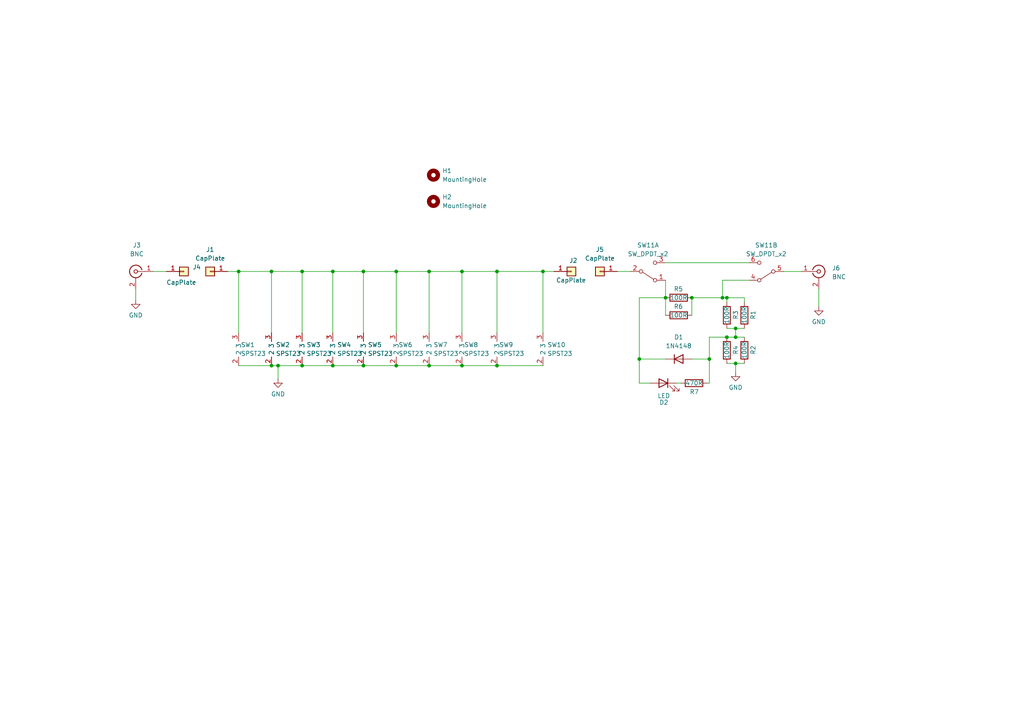
<source format=kicad_sch>
(kicad_sch (version 20211123) (generator eeschema)
  (paper "A4")
  (lib_symbols
    (symbol "Connector:Conn_Coaxial" (pin_names (offset 1.016) hide)
      (property "Reference" "J" (at 0.254 3.048 0))
      (property "Value" "Conn_Coaxial" (at 2.921 0 90))
      (symbol "Conn_Coaxial_0_1"
        (arc (start -1.778 -0.508) (mid 0.2311 -1.8066) (end 1.778 0) (stroke (width 0.254)))
        (polyline (pts (xy -2.54 0) (xy -0.508 0)))
        (polyline (pts (xy 0 -2.54) (xy 0 -1.778)))
        (circle (center 0 0) (radius 0.508) (stroke (width 0.2032)))
        (arc (start 1.778 0) (mid 0.2099 1.8101) (end -1.778 0.508) (stroke (width 0.254)))
      )
      (symbol "Conn_Coaxial_1_1"
        (pin passive line (at -5.08 0 0) (length 2.54) (name "In") (number "1"))
        (pin passive line (at 0 -5.08 90) (length 2.54) (name "Ext") (number "2"))
      )
    )
    (symbol "Connector_Generic:Conn_01x01" (pin_names (offset 1.016) hide)
      (property "Reference" "J" (at 0 2.54 0))
      (property "Value" "Conn_01x01" (at 0 -2.54 0))
      (symbol "Conn_01x01_1_1"
        (rectangle (start -1.27 0.127) (end 0 -0.127) (stroke (width 0.1524)))
        (rectangle (start -1.27 1.27) (end 1.27 -1.27) (stroke (width 0.254)) (fill (type background)))
        (pin passive line (at -5.08 0 0) (length 3.81) (name "Pin_1") (number "1"))
      )
    )
    (symbol "Device:D" (pin_numbers hide) (pin_names (offset 1.016) hide)
      (property "Reference" "D" (at 0 2.54 0))
      (property "Value" "D" (at 0 -2.54 0))
      (symbol "D_0_1"
        (polyline (pts (xy -1.27 1.27) (xy -1.27 -1.27)) (stroke (width 0.254)))
        (polyline (pts (xy 1.27 0) (xy -1.27 0)))
        (polyline (pts (xy 1.27 1.27) (xy 1.27 -1.27) (xy -1.27 0) (xy 1.27 1.27)) (stroke (width 0.254)))
      )
      (symbol "D_1_1"
        (pin passive line (at -3.81 0 0) (length 2.54) (name "K") (number "1"))
        (pin passive line (at 3.81 0 180) (length 2.54) (name "A") (number "2"))
      )
    )
    (symbol "Device:LED" (pin_numbers hide) (pin_names (offset 1.016) hide)
      (property "Reference" "D" (at 0 2.54 0))
      (property "Value" "LED" (at 0 -2.54 0))
      (symbol "LED_0_1"
        (polyline (pts (xy -1.27 -1.27) (xy -1.27 1.27)) (stroke (width 0.254)))
        (polyline (pts (xy -1.27 0) (xy 1.27 0)))
        (polyline (pts (xy 1.27 -1.27) (xy 1.27 1.27) (xy -1.27 0) (xy 1.27 -1.27)) (stroke (width 0.254)))
        (polyline (pts (xy -3.048 -0.762) (xy -4.572 -2.286) (xy -3.81 -2.286) (xy -4.572 -2.286) (xy -4.572 -1.524)))
        (polyline (pts (xy -1.778 -0.762) (xy -3.302 -2.286) (xy -2.54 -2.286) (xy -3.302 -2.286) (xy -3.302 -1.524)))
      )
      (symbol "LED_1_1"
        (pin passive line (at -3.81 0 0) (length 2.54) (name "K") (number "1"))
        (pin passive line (at 3.81 0 180) (length 2.54) (name "A") (number "2"))
      )
    )
    (symbol "Device:R" (pin_numbers hide) (pin_names (offset 0))
      (property "Reference" "R" (at 2.032 0 90))
      (property "Value" "R" (at 0 0 90))
      (symbol "R_0_1"
        (rectangle (start -1.016 -2.54) (end 1.016 2.54) (stroke (width 0.254)))
      )
      (symbol "R_1_1"
        (pin passive line (at 0 3.81 270) (length 1.27) (name "~") (number "1"))
        (pin passive line (at 0 -3.81 90) (length 1.27) (name "~") (number "2"))
      )
    )
    (symbol "Mechanical:MountingHole" (pin_names (offset 1.016))
      (property "Reference" "H" (at 0 5.08 0))
      (property "Value" "MountingHole" (at 0 3.175 0))
      (symbol "MountingHole_0_1"
        (circle (center 0 0) (radius 1.27) (stroke (width 1.27)))
      )
    )
    (symbol "Switch:SW_DPDT_x2" (pin_names (offset 0) hide)
      (property "Reference" "SW" (at 0 4.318 0))
      (property "Value" "SW_DPDT_x2" (at 0 -5.08 0))
      (symbol "SW_DPDT_x2_0_0"
        (circle (center -2.032 0) (radius 0.508))
        (circle (center 2.032 -2.54) (radius 0.508))
      )
      (symbol "SW_DPDT_x2_0_1"
        (polyline (pts (xy -1.524 0.254) (xy 1.651 2.286)))
        (circle (center 2.032 2.54) (radius 0.508))
      )
      (symbol "SW_DPDT_x2_1_1"
        (pin passive line (at 5.08 2.54 180) (length 2.54) (name "A") (number "1"))
        (pin passive line (at -5.08 0 0) (length 2.54) (name "B") (number "2"))
        (pin passive line (at 5.08 -2.54 180) (length 2.54) (name "C") (number "3"))
      )
      (symbol "SW_DPDT_x2_2_1"
        (pin passive line (at 5.08 2.54 180) (length 2.54) (name "A") (number "4"))
        (pin passive line (at -5.08 0 0) (length 2.54) (name "B") (number "5"))
        (pin passive line (at 5.08 -2.54 180) (length 2.54) (name "C") (number "6"))
      )
    )
    (symbol "TMatchPCB:SPST23"
      (property "Reference" "SW" (at -3.81 -2.54 0))
      (property "Value" "SPST23" (at 1.27 -2.54 0))
      (symbol "SPST23_1_1"
        (pin input line (at 4.445 0 180) (length 2.54) (name "2") (number "2"))
        (pin input line (at -5.08 0 0) (length 2.54) (name "3") (number "3"))
      )
    )
    (symbol "power:GND" (power) (pin_names (offset 0))
      (property "Value" "GND" (at 0 -3.81 0))
      (symbol "GND_0_1"
        (polyline (pts (xy 0 0) (xy 0 -1.27) (xy 1.27 -1.27) (xy 0 -2.54) (xy -1.27 -1.27) (xy 0 -1.27)))
      )
      (symbol "GND_1_1"
        (pin power_in line (at 0 0 270) (length 0) hide (name "GND") (number "1"))
      )
    )
  )
  (junction (at 80.645 106.045))
  (junction (at 87.63 78.74))
  (junction (at 105.41 106.045))
  (junction (at 213.36 95.25))
  (junction (at 96.52 78.74))
  (junction (at 200.66 86.36))
  (junction (at 133.985 106.045))
  (junction (at 193.04 86.36))
  (junction (at 124.46 106.045))
  (junction (at 210.82 97.79))
  (junction (at 124.46 78.74))
  (junction (at 78.74 106.045))
  (junction (at 69.215 78.74))
  (junction (at 210.82 86.36))
  (junction (at 114.935 78.74))
  (junction (at 157.48 78.74))
  (junction (at 205.74 104.14))
  (junction (at 133.985 78.74))
  (junction (at 78.74 78.74))
  (junction (at 185.42 104.14))
  (junction (at 96.52 106.045))
  (junction (at 213.36 97.79))
  (junction (at 114.935 106.045))
  (junction (at 213.36 105.41))
  (junction (at 209.55 86.36))
  (junction (at 105.41 78.74))
  (junction (at 144.145 78.74))
  (junction (at 144.145 106.045))
  (junction (at 87.63 106.045))
  (wire (pts (xy 124.46 78.74) (xy 124.46 96.52)))
  (wire (pts (xy 124.46 78.74) (xy 133.985 78.74)))
  (wire (pts (xy 114.935 78.74) (xy 114.935 96.52)))
  (wire (pts (xy 213.36 105.41) (xy 213.36 107.95)))
  (wire (pts (xy 209.55 86.36) (xy 210.82 86.36)))
  (wire (pts (xy 105.41 78.74) (xy 114.935 78.74)))
  (wire (pts (xy 157.48 78.74) (xy 160.655 78.74)))
  (wire (pts (xy 66.04 78.74) (xy 69.215 78.74)))
  (wire (pts (xy 213.36 97.79) (xy 210.82 97.79)))
  (wire (pts (xy 200.66 104.14) (xy 205.74 104.14)))
  (wire (pts (xy 87.63 78.74) (xy 96.52 78.74)))
  (wire (pts (xy 133.985 78.74) (xy 144.145 78.74)))
  (wire (pts (xy 114.935 106.045) (xy 124.46 106.045)))
  (wire (pts (xy 209.55 81.28) (xy 209.55 86.36)))
  (wire (pts (xy 124.46 106.045) (xy 133.985 106.045)))
  (wire (pts (xy 105.41 106.045) (xy 114.935 106.045)))
  (wire (pts (xy 78.74 78.74) (xy 87.63 78.74)))
  (wire (pts (xy 133.985 78.74) (xy 133.985 96.52)))
  (wire (pts (xy 105.41 78.74) (xy 105.41 96.52)))
  (wire (pts (xy 144.145 78.74) (xy 144.145 96.52)))
  (wire (pts (xy 185.42 104.14) (xy 185.42 111.125)))
  (wire (pts (xy 185.42 86.36) (xy 193.04 86.36)))
  (wire (pts (xy 80.645 106.045) (xy 80.645 109.855)))
  (wire (pts (xy 215.9 97.79) (xy 213.36 97.79)))
  (wire (pts (xy 69.215 106.045) (xy 78.74 106.045)))
  (wire (pts (xy 78.74 106.045) (xy 80.645 106.045)))
  (wire (pts (xy 96.52 106.045) (xy 105.41 106.045)))
  (wire (pts (xy 96.52 78.74) (xy 105.41 78.74)))
  (wire (pts (xy 87.63 78.74) (xy 87.63 96.52)))
  (wire (pts (xy 215.9 105.41) (xy 213.36 105.41)))
  (wire (pts (xy 205.74 97.79) (xy 205.74 104.14)))
  (wire (pts (xy 179.07 78.74) (xy 182.88 78.74)))
  (wire (pts (xy 213.36 95.25) (xy 210.82 95.25)))
  (wire (pts (xy 193.04 76.2) (xy 217.17 76.2)))
  (wire (pts (xy 209.55 86.36) (xy 200.66 86.36)))
  (wire (pts (xy 205.74 104.14) (xy 205.74 111.125)))
  (wire (pts (xy 237.49 83.82) (xy 237.49 88.9)))
  (wire (pts (xy 144.145 78.74) (xy 157.48 78.74)))
  (wire (pts (xy 210.82 86.36) (xy 210.82 87.63)))
  (wire (pts (xy 196.215 111.125) (xy 197.485 111.125)))
  (wire (pts (xy 69.215 78.74) (xy 69.215 96.52)))
  (wire (pts (xy 205.74 97.79) (xy 210.82 97.79)))
  (wire (pts (xy 193.04 86.36) (xy 193.04 81.28)))
  (wire (pts (xy 185.42 86.36) (xy 185.42 104.14)))
  (wire (pts (xy 215.9 86.36) (xy 210.82 86.36)))
  (wire (pts (xy 213.36 95.25) (xy 213.36 97.79)))
  (wire (pts (xy 157.48 78.74) (xy 157.48 96.52)))
  (wire (pts (xy 200.66 86.36) (xy 200.66 91.44)))
  (wire (pts (xy 78.74 78.74) (xy 78.74 96.52)))
  (wire (pts (xy 185.42 111.125) (xy 188.595 111.125)))
  (wire (pts (xy 114.935 78.74) (xy 124.46 78.74)))
  (wire (pts (xy 185.42 104.14) (xy 193.04 104.14)))
  (wire (pts (xy 133.985 106.045) (xy 144.145 106.045)))
  (wire (pts (xy 96.52 78.74) (xy 96.52 96.52)))
  (wire (pts (xy 215.9 87.63) (xy 215.9 86.36)))
  (wire (pts (xy 213.36 105.41) (xy 210.82 105.41)))
  (wire (pts (xy 80.645 106.045) (xy 87.63 106.045)))
  (wire (pts (xy 227.33 78.74) (xy 232.41 78.74)))
  (wire (pts (xy 69.215 78.74) (xy 78.74 78.74)))
  (wire (pts (xy 144.145 106.045) (xy 157.48 106.045)))
  (wire (pts (xy 205.74 111.125) (xy 205.105 111.125)))
  (wire (pts (xy 44.45 78.74) (xy 48.26 78.74)))
  (wire (pts (xy 39.37 83.82) (xy 39.37 86.995)))
  (wire (pts (xy 193.04 86.36) (xy 193.04 91.44)))
  (wire (pts (xy 87.63 106.045) (xy 96.52 106.045)))
  (wire (pts (xy 209.55 81.28) (xy 217.17 81.28)))
  (wire (pts (xy 215.9 95.25) (xy 213.36 95.25)))
  (symbol (lib_id "power:GND") (at 237.49 88.9 0) (unit 1)
    (property "Reference" "#PWR0103" (effects hide))
    (property "Value" "GND" (at 237.49 93.345 0))
  )
  (symbol (lib_id "Connector_Generic:Conn_01x01") (at 53.34 78.74 0) (unit 1)
    (property "Reference" "J4" (at 55.88 77.4699 0) (effects (justify left)))
    (property "Value" "CapPlate" (at 48.26 81.915 0) (effects (justify left)))
    (property "Footprint" "TMatchPCB:CapPlate" (effects hide))
  )
  (symbol (lib_id "TMatchPCB:SPST23") (at 157.48 101.6 270) (unit 1)
    (property "Reference" "SW10" (at 158.75 100.0124 90) (effects (justify left)))
    (property "Value" "SPST23" (at 158.75 102.5524 90) (effects (justify left)))
    (property "Footprint" "TMatchPCB:SS22NB" (effects hide))
  )
  (symbol (lib_id "Device:R") (at 215.9 91.44 0) (mirror y) (unit 1)
    (property "Reference" "R1" (at 218.44 92.71 90) (effects (justify left)))
    (property "Value" "100R" (at 215.9 93.98 90) (effects (justify left)))
    (property "Footprint" "Resistor_THT:R_Axial_DIN0309_L9.0mm_D3.2mm_P12.70mm_Horizontal" (effects hide))
  )
  (symbol (lib_id "Switch:SW_DPDT_x2") (at 187.96 78.74 0) (mirror x) (unit 1)
    (property "Reference" "SW11" (at 187.96 71.12 0))
    (property "Value" "SW_DPDT_x2" (at 187.96 73.66 0))
    (property "Footprint" "TMatchPCB:SS22" (effects hide))
  )
  (symbol (lib_id "Connector:Conn_Coaxial") (at 39.37 78.74 0) (mirror y) (unit 1)
    (property "Reference" "J3" (at 39.6874 71.12 0))
    (property "Value" "BNC" (at 39.6874 73.66 0))
    (property "Footprint" "TMatchPCB:bnc_90_1-1337543-0_pad_combo" (effects hide))
    (property "Datasheet" " ~" (effects hide))
  )
  (symbol (lib_id "TMatchPCB:SPST23") (at 87.63 101.6 270) (unit 1)
    (property "Reference" "SW3" (at 88.9 100.0124 90) (effects (justify left)))
    (property "Value" "SPST23" (at 88.9 102.5524 90) (effects (justify left)))
    (property "Footprint" "TMatchPCB:SS22NB" (effects hide))
  )
  (symbol (lib_id "Device:R") (at 210.82 101.6 0) (mirror y) (unit 1)
    (property "Reference" "R4" (at 213.36 102.87 90) (effects (justify left)))
    (property "Value" "100R" (at 210.82 104.14 90) (effects (justify left)))
    (property "Footprint" "Resistor_THT:R_Axial_DIN0309_L9.0mm_D3.2mm_P12.70mm_Horizontal" (effects hide))
  )
  (symbol (lib_id "Device:R") (at 215.9 101.6 0) (mirror y) (unit 1)
    (property "Reference" "R2" (at 218.44 102.87 90) (effects (justify left)))
    (property "Value" "100R" (at 215.9 104.14 90) (effects (justify left)))
    (property "Footprint" "Resistor_THT:R_Axial_DIN0309_L9.0mm_D3.2mm_P12.70mm_Horizontal" (effects hide))
  )
  (symbol (lib_id "power:GND") (at 80.645 109.855 0) (unit 1)
    (property "Reference" "#PWR0102" (effects hide))
    (property "Value" "GND" (at 80.645 114.3 0))
  )
  (symbol (lib_id "Device:LED") (at 192.405 111.125 0) (mirror y) (unit 1)
    (property "Reference" "D2" (at 192.532 116.713 0))
    (property "Value" "LED" (at 192.532 114.808 0))
    (property "Footprint" "LED_THT:LED_D3.0mm" (effects hide))
  )
  (symbol (lib_id "Mechanical:MountingHole") (at 125.73 58.42 0) (unit 1)
    (property "Reference" "H2" (at 128.27 57.1499 0) (effects (justify left)))
    (property "Value" "MountingHole" (at 128.27 59.6899 0) (effects (justify left)))
    (property "Footprint" "TMatchPCB:SlideSlot" (effects hide))
  )
  (symbol (lib_id "Device:R") (at 210.82 91.44 0) (mirror y) (unit 1)
    (property "Reference" "R3" (at 213.36 92.71 90) (effects (justify left)))
    (property "Value" "100R" (at 210.82 93.98 90) (effects (justify left)))
    (property "Footprint" "Resistor_THT:R_Axial_DIN0309_L9.0mm_D3.2mm_P12.70mm_Horizontal" (effects hide))
  )
  (symbol (lib_id "Device:R") (at 196.85 91.44 90) (mirror x) (unit 1)
    (property "Reference" "R6" (at 198.12 88.9 90) (effects (justify left)))
    (property "Value" "100R" (at 199.39 91.44 90) (effects (justify left)))
    (property "Footprint" "Resistor_THT:R_Axial_DIN0309_L9.0mm_D3.2mm_P12.70mm_Horizontal" (effects hide))
  )
  (symbol (lib_id "Device:R") (at 196.85 86.36 90) (mirror x) (unit 1)
    (property "Reference" "R5" (at 198.12 83.82 90) (effects (justify left)))
    (property "Value" "100R" (at 199.39 86.36 90) (effects (justify left)))
    (property "Footprint" "Resistor_THT:R_Axial_DIN0309_L9.0mm_D3.2mm_P12.70mm_Horizontal" (effects hide))
  )
  (symbol (lib_id "Connector_Generic:Conn_01x01") (at 173.99 78.74 180) (unit 1)
    (property "Reference" "J5" (at 173.99 72.39 0))
    (property "Value" "CapPlate" (at 173.99 74.93 0))
    (property "Footprint" "TMatchPCB:CapPlate" (effects hide))
  )
  (symbol (lib_id "TMatchPCB:SPST23") (at 114.935 101.6 270) (unit 1)
    (property "Reference" "SW6" (at 115.57 100.0124 90) (effects (justify left)))
    (property "Value" "SPST23" (at 115.57 102.5524 90) (effects (justify left)))
    (property "Footprint" "TMatchPCB:SS22NB" (effects hide))
  )
  (symbol (lib_id "Connector_Generic:Conn_01x01") (at 60.96 78.74 180) (unit 1)
    (property "Reference" "J1" (at 60.96 72.39 0))
    (property "Value" "CapPlate" (at 60.96 74.93 0))
    (property "Footprint" "TMatchPCB:CapPlate" (effects hide))
  )
  (symbol (lib_id "Connector_Generic:Conn_01x01") (at 165.735 78.74 0) (unit 1)
    (property "Reference" "J2" (at 165.1 75.565 0) (effects (justify left)))
    (property "Value" "CapPlate" (at 161.29 81.28 0) (effects (justify left)))
    (property "Footprint" "TMatchPCB:CapPlate" (effects hide))
  )
  (symbol (lib_id "Device:R") (at 201.295 111.125 270) (mirror x) (unit 1)
    (property "Reference" "R7" (at 200.025 113.665 90) (effects (justify left)))
    (property "Value" "470R" (at 198.755 111.125 90) (effects (justify left)))
    (property "Footprint" "Resistor_THT:R_Axial_DIN0207_L6.3mm_D2.5mm_P7.62mm_Horizontal" (effects hide))
  )
  (symbol (lib_id "Connector:Conn_Coaxial") (at 237.49 78.74 0) (unit 1)
    (property "Reference" "J6" (at 241.3 77.7631 0) (effects (justify left)))
    (property "Value" "BNC" (at 241.3 80.3031 0) (effects (justify left)))
    (property "Footprint" "TMatchPCB:bnc_90_1-1337543-0_pad_combo" (effects hide))
    (property "Datasheet" " ~" (effects hide))
  )
  (symbol (lib_id "TMatchPCB:SPST23") (at 69.215 101.6 270) (unit 1)
    (property "Reference" "SW1" (at 69.85 100.0124 90) (effects (justify left)))
    (property "Value" "SPST23" (at 69.85 102.5524 90) (effects (justify left)))
    (property "Footprint" "TMatchPCB:SS22NB" (effects hide))
  )
  (symbol (lib_id "Switch:SW_DPDT_x2") (at 222.25 78.74 180) (unit 2)
    (property "Reference" "SW11" (at 222.25 71.12 0))
    (property "Value" "SW_DPDT_x2" (at 222.25 73.66 0))
    (property "Footprint" "TMatchPCB:SS22" (effects hide))
  )
  (symbol (lib_id "Mechanical:MountingHole") (at 125.73 50.8 0) (unit 1)
    (property "Reference" "H1" (at 128.27 49.5299 0) (effects (justify left)))
    (property "Value" "MountingHole" (at 128.27 52.0699 0) (effects (justify left)))
    (property "Footprint" "TMatchPCB:SlideSlot" (effects hide))
  )
  (symbol (lib_id "TMatchPCB:SPST23") (at 133.985 101.6 270) (unit 1)
    (property "Reference" "SW8" (at 134.62 100.0124 90) (effects (justify left)))
    (property "Value" "SPST23" (at 134.62 102.5524 90) (effects (justify left)))
    (property "Footprint" "TMatchPCB:SS22NB" (effects hide))
  )
  (symbol (lib_id "power:GND") (at 213.36 107.95 0) (mirror y) (unit 1)
    (property "Reference" "#PWR0104" (effects hide))
    (property "Value" "GND" (at 213.36 112.395 0))
  )
  (symbol (lib_id "Device:D") (at 196.85 104.14 0) (unit 1)
    (property "Reference" "D1" (at 196.85 97.79 0))
    (property "Value" "1N4148" (at 196.85 100.33 0))
    (property "Footprint" "Diode_THT:D_DO-35_SOD27_P7.62mm_Horizontal" (effects hide))
  )
  (symbol (lib_id "TMatchPCB:SPST23") (at 105.41 101.6 270) (unit 1)
    (property "Reference" "SW5" (at 106.68 100.0124 90) (effects (justify left)))
    (property "Value" "SPST23" (at 106.68 102.5524 90) (effects (justify left)))
    (property "Footprint" "TMatchPCB:SS22NB" (effects hide))
  )
  (symbol (lib_id "TMatchPCB:SPST23") (at 144.145 101.6 270) (unit 1)
    (property "Reference" "SW9" (at 144.78 100.0124 90) (effects (justify left)))
    (property "Value" "SPST23" (at 144.78 102.5524 90) (effects (justify left)))
    (property "Footprint" "TMatchPCB:SS22NB" (effects hide))
  )
  (symbol (lib_id "TMatchPCB:SPST23") (at 78.74 101.6 270) (unit 1)
    (property "Reference" "SW2" (at 80.01 100.0124 90) (effects (justify left)))
    (property "Value" "SPST23" (at 80.01 102.5524 90) (effects (justify left)))
    (property "Footprint" "TMatchPCB:SS22NB" (effects hide))
  )
  (symbol (lib_id "TMatchPCB:SPST23") (at 96.52 101.6 270) (unit 1)
    (property "Reference" "SW4" (at 97.79 100.0124 90) (effects (justify left)))
    (property "Value" "SPST23" (at 97.79 102.5524 90) (effects (justify left)))
    (property "Footprint" "TMatchPCB:SS22NB" (effects hide))
  )
  (symbol (lib_id "power:GND") (at 39.37 86.995 0) (unit 1)
    (property "Reference" "#PWR0101" (effects hide))
    (property "Value" "GND" (at 39.37 91.44 0))
  )
  (symbol (lib_id "TMatchPCB:SPST23") (at 124.46 101.6 270) (unit 1)
    (property "Reference" "SW7" (at 125.73 100.0124 90) (effects (justify left)))
    (property "Value" "SPST23" (at 125.73 102.5524 90) (effects (justify left)))
    (property "Footprint" "TMatchPCB:SS22NB" (effects hide))
  )
)
</source>
